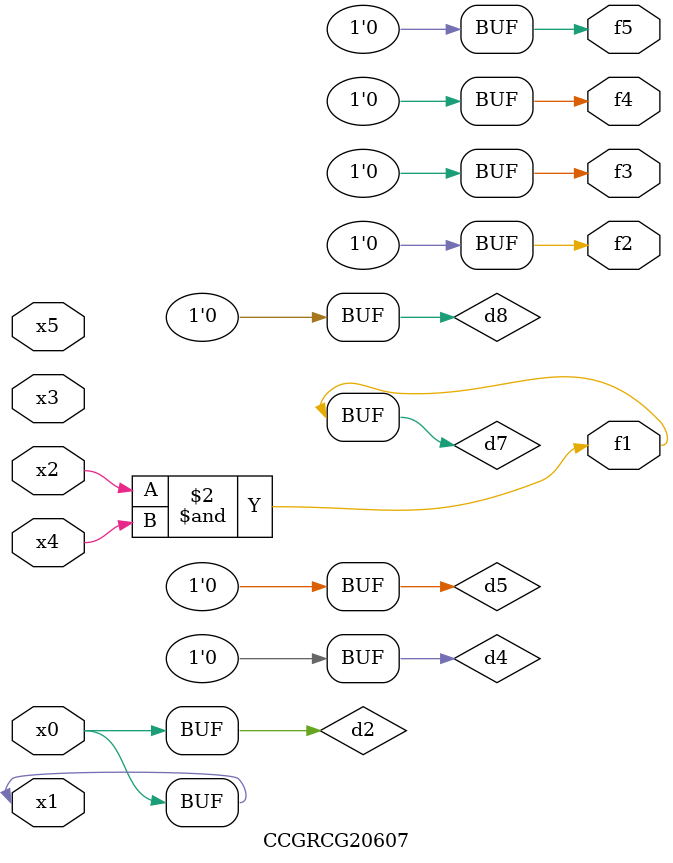
<source format=v>
module CCGRCG20607(
	input x0, x1, x2, x3, x4, x5,
	output f1, f2, f3, f4, f5
);

	wire d1, d2, d3, d4, d5, d6, d7, d8, d9;

	nand (d1, x1);
	buf (d2, x0, x1);
	nand (d3, x2, x4);
	and (d4, d1, d2);
	and (d5, d1, d2);
	nand (d6, d1, d3);
	not (d7, d3);
	xor (d8, d5);
	nor (d9, d5, d6);
	assign f1 = d7;
	assign f2 = d8;
	assign f3 = d8;
	assign f4 = d8;
	assign f5 = d8;
endmodule

</source>
